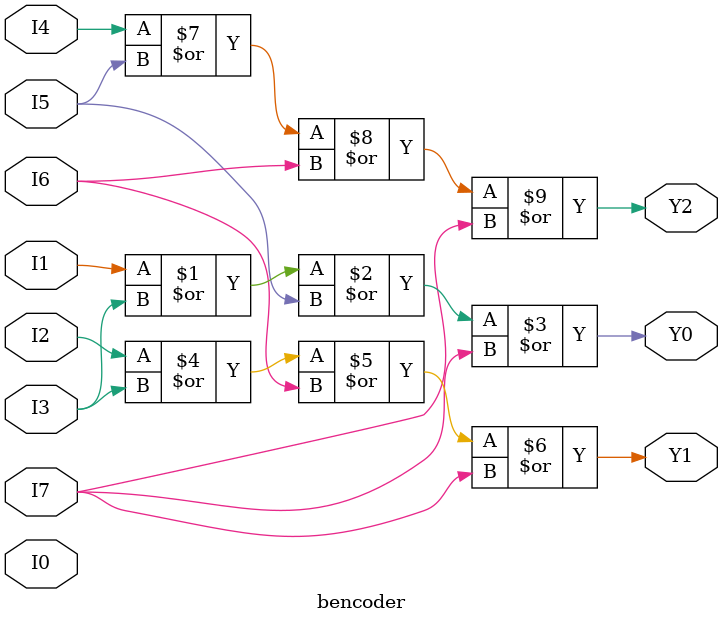
<source format=v>
module bencoder(input I0,I1,I2,I3,I4,I5,I6,I7 , output Y0,Y1,Y2);

assign Y0= I1 | I3 | I5 | I7;
assign Y1= I2 | I3 | I6 | I7;
assign Y2= I4 | I5 | I6 | I7;

endmodule
</source>
